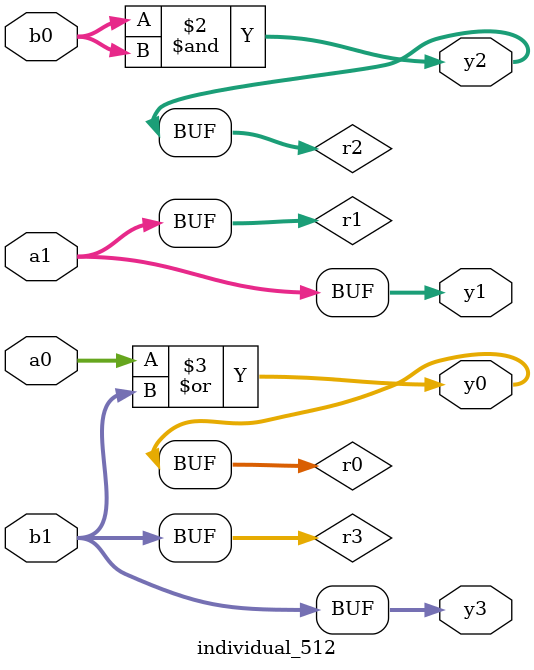
<source format=sv>
module individual_512(input logic [15:0] a1, input logic [15:0] a0, input logic [15:0] b1, input logic [15:0] b0, output logic [15:0] y3, output logic [15:0] y2, output logic [15:0] y1, output logic [15:0] y0);
logic [15:0] r0, r1, r2, r3; 
 always@(*) begin 
	 r0 = a0; r1 = a1; r2 = b0; r3 = b1; 
 	 r2  &=  r2 ;
 	 r0  |=  b1 ;
 	 y3 = r3; y2 = r2; y1 = r1; y0 = r0; 
end
endmodule
</source>
